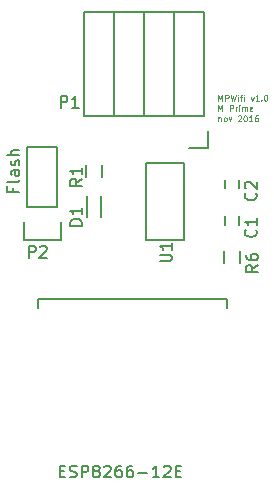
<source format=gbr>
G04 #@! TF.FileFunction,Legend,Top*
%FSLAX46Y46*%
G04 Gerber Fmt 4.6, Leading zero omitted, Abs format (unit mm)*
G04 Created by KiCad (PCBNEW 4.0.4+e1-6308~48~ubuntu16.04.1-stable) date Mon Nov 21 01:04:18 2016*
%MOMM*%
%LPD*%
G01*
G04 APERTURE LIST*
%ADD10C,0.100000*%
%ADD11C,0.125000*%
%ADD12C,0.152400*%
%ADD13C,0.150000*%
G04 APERTURE END LIST*
D10*
D11*
X165619048Y-59851190D02*
X165619048Y-59351190D01*
X165785714Y-59708333D01*
X165952381Y-59351190D01*
X165952381Y-59851190D01*
X166190477Y-59851190D02*
X166190477Y-59351190D01*
X166380953Y-59351190D01*
X166428572Y-59375000D01*
X166452381Y-59398810D01*
X166476191Y-59446429D01*
X166476191Y-59517857D01*
X166452381Y-59565476D01*
X166428572Y-59589286D01*
X166380953Y-59613095D01*
X166190477Y-59613095D01*
X166642858Y-59351190D02*
X166761905Y-59851190D01*
X166857143Y-59494048D01*
X166952381Y-59851190D01*
X167071429Y-59351190D01*
X167261906Y-59851190D02*
X167261906Y-59517857D01*
X167261906Y-59351190D02*
X167238096Y-59375000D01*
X167261906Y-59398810D01*
X167285715Y-59375000D01*
X167261906Y-59351190D01*
X167261906Y-59398810D01*
X167428572Y-59517857D02*
X167619048Y-59517857D01*
X167500001Y-59851190D02*
X167500001Y-59422619D01*
X167523810Y-59375000D01*
X167571429Y-59351190D01*
X167619048Y-59351190D01*
X167785715Y-59851190D02*
X167785715Y-59517857D01*
X167785715Y-59351190D02*
X167761905Y-59375000D01*
X167785715Y-59398810D01*
X167809524Y-59375000D01*
X167785715Y-59351190D01*
X167785715Y-59398810D01*
X168357143Y-59517857D02*
X168476190Y-59851190D01*
X168595238Y-59517857D01*
X169047618Y-59851190D02*
X168761904Y-59851190D01*
X168904761Y-59851190D02*
X168904761Y-59351190D01*
X168857142Y-59422619D01*
X168809523Y-59470238D01*
X168761904Y-59494048D01*
X169261904Y-59803571D02*
X169285713Y-59827381D01*
X169261904Y-59851190D01*
X169238094Y-59827381D01*
X169261904Y-59803571D01*
X169261904Y-59851190D01*
X169595237Y-59351190D02*
X169642856Y-59351190D01*
X169690475Y-59375000D01*
X169714284Y-59398810D01*
X169738094Y-59446429D01*
X169761903Y-59541667D01*
X169761903Y-59660714D01*
X169738094Y-59755952D01*
X169714284Y-59803571D01*
X169690475Y-59827381D01*
X169642856Y-59851190D01*
X169595237Y-59851190D01*
X169547618Y-59827381D01*
X169523808Y-59803571D01*
X169499999Y-59755952D01*
X169476189Y-59660714D01*
X169476189Y-59541667D01*
X169499999Y-59446429D01*
X169523808Y-59398810D01*
X169547618Y-59375000D01*
X169595237Y-59351190D01*
X165619048Y-60726190D02*
X165619048Y-60226190D01*
X165785714Y-60583333D01*
X165952381Y-60226190D01*
X165952381Y-60726190D01*
X166571429Y-60726190D02*
X166571429Y-60226190D01*
X166761905Y-60226190D01*
X166809524Y-60250000D01*
X166833333Y-60273810D01*
X166857143Y-60321429D01*
X166857143Y-60392857D01*
X166833333Y-60440476D01*
X166809524Y-60464286D01*
X166761905Y-60488095D01*
X166571429Y-60488095D01*
X167071429Y-60726190D02*
X167071429Y-60392857D01*
X167071429Y-60488095D02*
X167095238Y-60440476D01*
X167119048Y-60416667D01*
X167166667Y-60392857D01*
X167214286Y-60392857D01*
X167380953Y-60726190D02*
X167380953Y-60392857D01*
X167380953Y-60226190D02*
X167357143Y-60250000D01*
X167380953Y-60273810D01*
X167404762Y-60250000D01*
X167380953Y-60226190D01*
X167380953Y-60273810D01*
X167619048Y-60726190D02*
X167619048Y-60392857D01*
X167619048Y-60440476D02*
X167642857Y-60416667D01*
X167690476Y-60392857D01*
X167761905Y-60392857D01*
X167809524Y-60416667D01*
X167833333Y-60464286D01*
X167833333Y-60726190D01*
X167833333Y-60464286D02*
X167857143Y-60416667D01*
X167904762Y-60392857D01*
X167976190Y-60392857D01*
X168023810Y-60416667D01*
X168047619Y-60464286D01*
X168047619Y-60726190D01*
X168476191Y-60702381D02*
X168428572Y-60726190D01*
X168333334Y-60726190D01*
X168285715Y-60702381D01*
X168261905Y-60654762D01*
X168261905Y-60464286D01*
X168285715Y-60416667D01*
X168333334Y-60392857D01*
X168428572Y-60392857D01*
X168476191Y-60416667D01*
X168500000Y-60464286D01*
X168500000Y-60511905D01*
X168261905Y-60559524D01*
X165619048Y-61267857D02*
X165619048Y-61601190D01*
X165619048Y-61315476D02*
X165642857Y-61291667D01*
X165690476Y-61267857D01*
X165761905Y-61267857D01*
X165809524Y-61291667D01*
X165833333Y-61339286D01*
X165833333Y-61601190D01*
X166142857Y-61601190D02*
X166095238Y-61577381D01*
X166071429Y-61553571D01*
X166047619Y-61505952D01*
X166047619Y-61363095D01*
X166071429Y-61315476D01*
X166095238Y-61291667D01*
X166142857Y-61267857D01*
X166214286Y-61267857D01*
X166261905Y-61291667D01*
X166285714Y-61315476D01*
X166309524Y-61363095D01*
X166309524Y-61505952D01*
X166285714Y-61553571D01*
X166261905Y-61577381D01*
X166214286Y-61601190D01*
X166142857Y-61601190D01*
X166476191Y-61267857D02*
X166595238Y-61601190D01*
X166714286Y-61267857D01*
X167261904Y-61148810D02*
X167285714Y-61125000D01*
X167333333Y-61101190D01*
X167452380Y-61101190D01*
X167499999Y-61125000D01*
X167523809Y-61148810D01*
X167547618Y-61196429D01*
X167547618Y-61244048D01*
X167523809Y-61315476D01*
X167238095Y-61601190D01*
X167547618Y-61601190D01*
X167857142Y-61101190D02*
X167904761Y-61101190D01*
X167952380Y-61125000D01*
X167976189Y-61148810D01*
X167999999Y-61196429D01*
X168023808Y-61291667D01*
X168023808Y-61410714D01*
X167999999Y-61505952D01*
X167976189Y-61553571D01*
X167952380Y-61577381D01*
X167904761Y-61601190D01*
X167857142Y-61601190D01*
X167809523Y-61577381D01*
X167785713Y-61553571D01*
X167761904Y-61505952D01*
X167738094Y-61410714D01*
X167738094Y-61291667D01*
X167761904Y-61196429D01*
X167785713Y-61148810D01*
X167809523Y-61125000D01*
X167857142Y-61101190D01*
X168499998Y-61601190D02*
X168214284Y-61601190D01*
X168357141Y-61601190D02*
X168357141Y-61101190D01*
X168309522Y-61172619D01*
X168261903Y-61220238D01*
X168214284Y-61244048D01*
X168928569Y-61101190D02*
X168833331Y-61101190D01*
X168785712Y-61125000D01*
X168761903Y-61148810D01*
X168714284Y-61220238D01*
X168690474Y-61315476D01*
X168690474Y-61505952D01*
X168714284Y-61553571D01*
X168738093Y-61577381D01*
X168785712Y-61601190D01*
X168880950Y-61601190D01*
X168928569Y-61577381D01*
X168952379Y-61553571D01*
X168976188Y-61505952D01*
X168976188Y-61386905D01*
X168952379Y-61339286D01*
X168928569Y-61315476D01*
X168880950Y-61291667D01*
X168785712Y-61291667D01*
X168738093Y-61315476D01*
X168714284Y-61339286D01*
X168690474Y-61386905D01*
D12*
X166316000Y-77441000D02*
X166316000Y-76679000D01*
X166316000Y-76679000D02*
X150314000Y-76679000D01*
X150314000Y-76679000D02*
X150314000Y-77441000D01*
D13*
X159450000Y-65150000D02*
X162700000Y-65150000D01*
X162700000Y-65150000D02*
X162700000Y-71650000D01*
X162700000Y-71650000D02*
X159450000Y-71650000D01*
X159450000Y-71650000D02*
X159450000Y-65150000D01*
X166200000Y-70350000D02*
X166200000Y-69650000D01*
X167400000Y-69650000D02*
X167400000Y-70350000D01*
X167400000Y-66550000D02*
X167400000Y-67250000D01*
X166200000Y-67250000D02*
X166200000Y-66550000D01*
X154500000Y-67900000D02*
X154500000Y-69700000D01*
X155700000Y-67900000D02*
X155700000Y-69700000D01*
X154260000Y-52350000D02*
X154260000Y-61180000D01*
X156800000Y-52350000D02*
X154260000Y-52350000D01*
X156800000Y-61180000D02*
X154260000Y-61180000D01*
X159340000Y-61180000D02*
X156800000Y-61180000D01*
X159340000Y-52350000D02*
X156800000Y-52350000D01*
X156800000Y-52350000D02*
X156800000Y-61180000D01*
X159340000Y-52350000D02*
X159340000Y-61180000D01*
X161880000Y-52350000D02*
X159340000Y-52350000D01*
X161880000Y-61180000D02*
X161880000Y-52350000D01*
X161880000Y-61180000D02*
X159340000Y-61180000D01*
X164420000Y-61180000D02*
X161880000Y-61180000D01*
X163150000Y-63850000D02*
X164700000Y-63850000D01*
X164700000Y-63850000D02*
X164700000Y-62450000D01*
X164420000Y-61180000D02*
X164420000Y-52350000D01*
X164420000Y-52350000D02*
X161880000Y-52350000D01*
X161880000Y-52350000D02*
X161880000Y-61180000D01*
X155775000Y-65300000D02*
X155775000Y-66300000D01*
X154425000Y-66300000D02*
X154425000Y-65300000D01*
X166125000Y-73600000D02*
X166125000Y-72600000D01*
X167475000Y-72600000D02*
X167475000Y-73600000D01*
X151970000Y-68830000D02*
X151970000Y-63750000D01*
X151970000Y-63750000D02*
X149430000Y-63750000D01*
X149430000Y-63750000D02*
X149430000Y-68830000D01*
X149150000Y-71650000D02*
X149150000Y-70100000D01*
X149430000Y-68830000D02*
X151970000Y-68830000D01*
X152250000Y-70100000D02*
X152250000Y-71650000D01*
X152250000Y-71650000D02*
X149150000Y-71650000D01*
X152180952Y-91228571D02*
X152514286Y-91228571D01*
X152657143Y-91752381D02*
X152180952Y-91752381D01*
X152180952Y-90752381D01*
X152657143Y-90752381D01*
X153038095Y-91704762D02*
X153180952Y-91752381D01*
X153419048Y-91752381D01*
X153514286Y-91704762D01*
X153561905Y-91657143D01*
X153609524Y-91561905D01*
X153609524Y-91466667D01*
X153561905Y-91371429D01*
X153514286Y-91323810D01*
X153419048Y-91276190D01*
X153228571Y-91228571D01*
X153133333Y-91180952D01*
X153085714Y-91133333D01*
X153038095Y-91038095D01*
X153038095Y-90942857D01*
X153085714Y-90847619D01*
X153133333Y-90800000D01*
X153228571Y-90752381D01*
X153466667Y-90752381D01*
X153609524Y-90800000D01*
X154038095Y-91752381D02*
X154038095Y-90752381D01*
X154419048Y-90752381D01*
X154514286Y-90800000D01*
X154561905Y-90847619D01*
X154609524Y-90942857D01*
X154609524Y-91085714D01*
X154561905Y-91180952D01*
X154514286Y-91228571D01*
X154419048Y-91276190D01*
X154038095Y-91276190D01*
X155180952Y-91180952D02*
X155085714Y-91133333D01*
X155038095Y-91085714D01*
X154990476Y-90990476D01*
X154990476Y-90942857D01*
X155038095Y-90847619D01*
X155085714Y-90800000D01*
X155180952Y-90752381D01*
X155371429Y-90752381D01*
X155466667Y-90800000D01*
X155514286Y-90847619D01*
X155561905Y-90942857D01*
X155561905Y-90990476D01*
X155514286Y-91085714D01*
X155466667Y-91133333D01*
X155371429Y-91180952D01*
X155180952Y-91180952D01*
X155085714Y-91228571D01*
X155038095Y-91276190D01*
X154990476Y-91371429D01*
X154990476Y-91561905D01*
X155038095Y-91657143D01*
X155085714Y-91704762D01*
X155180952Y-91752381D01*
X155371429Y-91752381D01*
X155466667Y-91704762D01*
X155514286Y-91657143D01*
X155561905Y-91561905D01*
X155561905Y-91371429D01*
X155514286Y-91276190D01*
X155466667Y-91228571D01*
X155371429Y-91180952D01*
X155942857Y-90847619D02*
X155990476Y-90800000D01*
X156085714Y-90752381D01*
X156323810Y-90752381D01*
X156419048Y-90800000D01*
X156466667Y-90847619D01*
X156514286Y-90942857D01*
X156514286Y-91038095D01*
X156466667Y-91180952D01*
X155895238Y-91752381D01*
X156514286Y-91752381D01*
X157371429Y-90752381D02*
X157180952Y-90752381D01*
X157085714Y-90800000D01*
X157038095Y-90847619D01*
X156942857Y-90990476D01*
X156895238Y-91180952D01*
X156895238Y-91561905D01*
X156942857Y-91657143D01*
X156990476Y-91704762D01*
X157085714Y-91752381D01*
X157276191Y-91752381D01*
X157371429Y-91704762D01*
X157419048Y-91657143D01*
X157466667Y-91561905D01*
X157466667Y-91323810D01*
X157419048Y-91228571D01*
X157371429Y-91180952D01*
X157276191Y-91133333D01*
X157085714Y-91133333D01*
X156990476Y-91180952D01*
X156942857Y-91228571D01*
X156895238Y-91323810D01*
X158323810Y-90752381D02*
X158133333Y-90752381D01*
X158038095Y-90800000D01*
X157990476Y-90847619D01*
X157895238Y-90990476D01*
X157847619Y-91180952D01*
X157847619Y-91561905D01*
X157895238Y-91657143D01*
X157942857Y-91704762D01*
X158038095Y-91752381D01*
X158228572Y-91752381D01*
X158323810Y-91704762D01*
X158371429Y-91657143D01*
X158419048Y-91561905D01*
X158419048Y-91323810D01*
X158371429Y-91228571D01*
X158323810Y-91180952D01*
X158228572Y-91133333D01*
X158038095Y-91133333D01*
X157942857Y-91180952D01*
X157895238Y-91228571D01*
X157847619Y-91323810D01*
X158847619Y-91371429D02*
X159609524Y-91371429D01*
X160609524Y-91752381D02*
X160038095Y-91752381D01*
X160323809Y-91752381D02*
X160323809Y-90752381D01*
X160228571Y-90895238D01*
X160133333Y-90990476D01*
X160038095Y-91038095D01*
X160990476Y-90847619D02*
X161038095Y-90800000D01*
X161133333Y-90752381D01*
X161371429Y-90752381D01*
X161466667Y-90800000D01*
X161514286Y-90847619D01*
X161561905Y-90942857D01*
X161561905Y-91038095D01*
X161514286Y-91180952D01*
X160942857Y-91752381D01*
X161561905Y-91752381D01*
X161990476Y-91228571D02*
X162323810Y-91228571D01*
X162466667Y-91752381D02*
X161990476Y-91752381D01*
X161990476Y-90752381D01*
X162466667Y-90752381D01*
X160652381Y-73461905D02*
X161461905Y-73461905D01*
X161557143Y-73414286D01*
X161604762Y-73366667D01*
X161652381Y-73271429D01*
X161652381Y-73080952D01*
X161604762Y-72985714D01*
X161557143Y-72938095D01*
X161461905Y-72890476D01*
X160652381Y-72890476D01*
X161652381Y-71890476D02*
X161652381Y-72461905D01*
X161652381Y-72176191D02*
X160652381Y-72176191D01*
X160795238Y-72271429D01*
X160890476Y-72366667D01*
X160938095Y-72461905D01*
X168757143Y-70766666D02*
X168804762Y-70814285D01*
X168852381Y-70957142D01*
X168852381Y-71052380D01*
X168804762Y-71195238D01*
X168709524Y-71290476D01*
X168614286Y-71338095D01*
X168423810Y-71385714D01*
X168280952Y-71385714D01*
X168090476Y-71338095D01*
X167995238Y-71290476D01*
X167900000Y-71195238D01*
X167852381Y-71052380D01*
X167852381Y-70957142D01*
X167900000Y-70814285D01*
X167947619Y-70766666D01*
X168852381Y-69814285D02*
X168852381Y-70385714D01*
X168852381Y-70100000D02*
X167852381Y-70100000D01*
X167995238Y-70195238D01*
X168090476Y-70290476D01*
X168138095Y-70385714D01*
X168757143Y-67666666D02*
X168804762Y-67714285D01*
X168852381Y-67857142D01*
X168852381Y-67952380D01*
X168804762Y-68095238D01*
X168709524Y-68190476D01*
X168614286Y-68238095D01*
X168423810Y-68285714D01*
X168280952Y-68285714D01*
X168090476Y-68238095D01*
X167995238Y-68190476D01*
X167900000Y-68095238D01*
X167852381Y-67952380D01*
X167852381Y-67857142D01*
X167900000Y-67714285D01*
X167947619Y-67666666D01*
X167947619Y-67285714D02*
X167900000Y-67238095D01*
X167852381Y-67142857D01*
X167852381Y-66904761D01*
X167900000Y-66809523D01*
X167947619Y-66761904D01*
X168042857Y-66714285D01*
X168138095Y-66714285D01*
X168280952Y-66761904D01*
X168852381Y-67333333D01*
X168852381Y-66714285D01*
X154052381Y-70438095D02*
X153052381Y-70438095D01*
X153052381Y-70200000D01*
X153100000Y-70057142D01*
X153195238Y-69961904D01*
X153290476Y-69914285D01*
X153480952Y-69866666D01*
X153623810Y-69866666D01*
X153814286Y-69914285D01*
X153909524Y-69961904D01*
X154004762Y-70057142D01*
X154052381Y-70200000D01*
X154052381Y-70438095D01*
X154052381Y-68914285D02*
X154052381Y-69485714D01*
X154052381Y-69200000D02*
X153052381Y-69200000D01*
X153195238Y-69295238D01*
X153290476Y-69390476D01*
X153338095Y-69485714D01*
X152261905Y-60452381D02*
X152261905Y-59452381D01*
X152642858Y-59452381D01*
X152738096Y-59500000D01*
X152785715Y-59547619D01*
X152833334Y-59642857D01*
X152833334Y-59785714D01*
X152785715Y-59880952D01*
X152738096Y-59928571D01*
X152642858Y-59976190D01*
X152261905Y-59976190D01*
X153785715Y-60452381D02*
X153214286Y-60452381D01*
X153500000Y-60452381D02*
X153500000Y-59452381D01*
X153404762Y-59595238D01*
X153309524Y-59690476D01*
X153214286Y-59738095D01*
X154052381Y-66466666D02*
X153576190Y-66800000D01*
X154052381Y-67038095D02*
X153052381Y-67038095D01*
X153052381Y-66657142D01*
X153100000Y-66561904D01*
X153147619Y-66514285D01*
X153242857Y-66466666D01*
X153385714Y-66466666D01*
X153480952Y-66514285D01*
X153528571Y-66561904D01*
X153576190Y-66657142D01*
X153576190Y-67038095D01*
X154052381Y-65514285D02*
X154052381Y-66085714D01*
X154052381Y-65800000D02*
X153052381Y-65800000D01*
X153195238Y-65895238D01*
X153290476Y-65990476D01*
X153338095Y-66085714D01*
X168952381Y-73766666D02*
X168476190Y-74100000D01*
X168952381Y-74338095D02*
X167952381Y-74338095D01*
X167952381Y-73957142D01*
X168000000Y-73861904D01*
X168047619Y-73814285D01*
X168142857Y-73766666D01*
X168285714Y-73766666D01*
X168380952Y-73814285D01*
X168428571Y-73861904D01*
X168476190Y-73957142D01*
X168476190Y-74338095D01*
X167952381Y-72909523D02*
X167952381Y-73100000D01*
X168000000Y-73195238D01*
X168047619Y-73242857D01*
X168190476Y-73338095D01*
X168380952Y-73385714D01*
X168761905Y-73385714D01*
X168857143Y-73338095D01*
X168904762Y-73290476D01*
X168952381Y-73195238D01*
X168952381Y-73004761D01*
X168904762Y-72909523D01*
X168857143Y-72861904D01*
X168761905Y-72814285D01*
X168523810Y-72814285D01*
X168428571Y-72861904D01*
X168380952Y-72909523D01*
X168333333Y-73004761D01*
X168333333Y-73195238D01*
X168380952Y-73290476D01*
X168428571Y-73338095D01*
X168523810Y-73385714D01*
X149561905Y-73152381D02*
X149561905Y-72152381D01*
X149942858Y-72152381D01*
X150038096Y-72200000D01*
X150085715Y-72247619D01*
X150133334Y-72342857D01*
X150133334Y-72485714D01*
X150085715Y-72580952D01*
X150038096Y-72628571D01*
X149942858Y-72676190D01*
X149561905Y-72676190D01*
X150514286Y-72247619D02*
X150561905Y-72200000D01*
X150657143Y-72152381D01*
X150895239Y-72152381D01*
X150990477Y-72200000D01*
X151038096Y-72247619D01*
X151085715Y-72342857D01*
X151085715Y-72438095D01*
X151038096Y-72580952D01*
X150466667Y-73152381D01*
X151085715Y-73152381D01*
X148228571Y-67228571D02*
X148228571Y-67561905D01*
X148752381Y-67561905D02*
X147752381Y-67561905D01*
X147752381Y-67085714D01*
X148752381Y-66561905D02*
X148704762Y-66657143D01*
X148609524Y-66704762D01*
X147752381Y-66704762D01*
X148752381Y-65752380D02*
X148228571Y-65752380D01*
X148133333Y-65799999D01*
X148085714Y-65895237D01*
X148085714Y-66085714D01*
X148133333Y-66180952D01*
X148704762Y-65752380D02*
X148752381Y-65847618D01*
X148752381Y-66085714D01*
X148704762Y-66180952D01*
X148609524Y-66228571D01*
X148514286Y-66228571D01*
X148419048Y-66180952D01*
X148371429Y-66085714D01*
X148371429Y-65847618D01*
X148323810Y-65752380D01*
X148704762Y-65323809D02*
X148752381Y-65228571D01*
X148752381Y-65038095D01*
X148704762Y-64942856D01*
X148609524Y-64895237D01*
X148561905Y-64895237D01*
X148466667Y-64942856D01*
X148419048Y-65038095D01*
X148419048Y-65180952D01*
X148371429Y-65276190D01*
X148276190Y-65323809D01*
X148228571Y-65323809D01*
X148133333Y-65276190D01*
X148085714Y-65180952D01*
X148085714Y-65038095D01*
X148133333Y-64942856D01*
X148752381Y-64466666D02*
X147752381Y-64466666D01*
X148752381Y-64038094D02*
X148228571Y-64038094D01*
X148133333Y-64085713D01*
X148085714Y-64180951D01*
X148085714Y-64323809D01*
X148133333Y-64419047D01*
X148180952Y-64466666D01*
M02*

</source>
